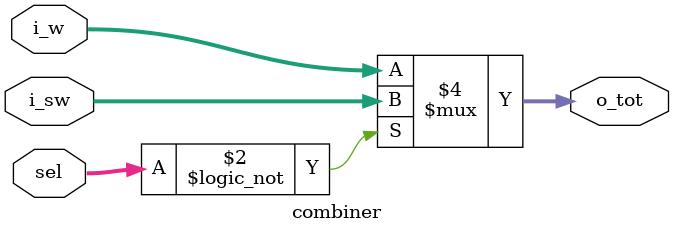
<source format=v>
`timescale 1ns / 1ps

module combiner (
    input      [ 1:0] sel,
    input      [23:0] i_sw,
    input      [23:0] i_w,
    output reg [23:0] o_tot
);

    always @(*) begin
        if (sel == 1'b0) o_tot = i_sw;  // stopwatch 데이터 선택
        else o_tot = i_w;  // watch 데이터 선택
    end
endmodule

</source>
